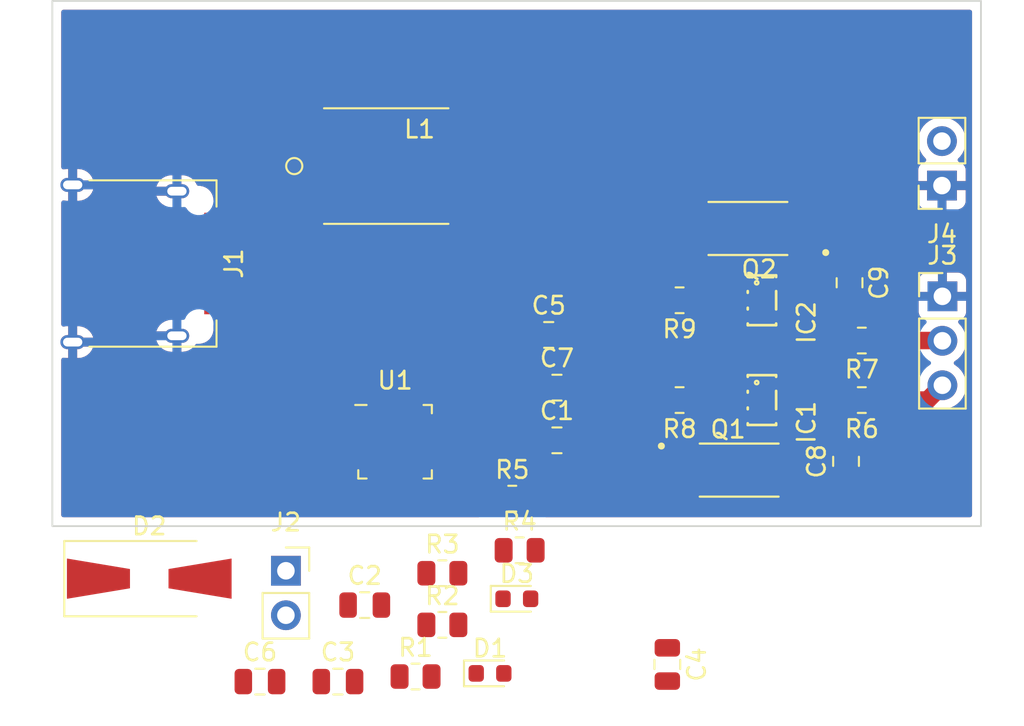
<source format=kicad_pcb>
(kicad_pcb (version 20211014) (generator pcbnew)
  (layers (0 "F.Cu" signal) (31 "B.Cu" signal) (34 "B.Paste" user) (35 "F.Paste" user) (36 "B.SilkS" user "B.Silkscreen") (37 "F.SilkS" user "F.Silkscreen") (38 "B.Mask" user) (39 "F.Mask" user) (44 "Edge.Cuts" user))
  (net 0 "")
  (net 1 "GND")
  (net 2 "VBUS")
  (net 3 "/VS")
  (net 4 "/BATT_1+")
  (net 5 "/VREG")
  (net 6 "Net-(C8-Pad2)")
  (net 7 "Net-(C9-Pad2)")
  (net 8 "Net-(D1-Pad1)")
  (net 9 "Net-(D1-Pad2)")
  (net 10 "/LX")
  (net 11 "Net-(D3-Pad1)")
  (net 12 "Net-(IC1-Pad1)")
  (net 13 "Net-(IC1-Pad2)")
  (net 14 "Net-(IC1-Pad3)")
  (net 16 "/RAW_2_+")
  (net 17 "Net-(IC2-Pad1)")
  (net 18 "Net-(IC2-Pad2)")
  (net 19 "Net-(IC2-Pad3)")
  (net 23 "Net-(J1-PadA5)")
  (net 24 "/USB_DP")
  (net 25 "/USB_DN")
  (net 31 "Net-(J1-PadB5)")
  (net 35 "/TS")
  (net 36 "/RAW_1_+")
  (net 37 "/BATT_2-")
  (footprint "Connector_PinSocket_2.54mm:PinSocket_1x02_P2.54mm_Vertical" (layer "F.Cu") (at 124.775 63.55 180)
    (fp_text reference "J4" (at 0 -2.77) (layer "F.SilkS"))
    (fp_text value "Conn_01x02")
    (fp_line (start 1.33 1.27) (end 1.33 3.87) (layer "F.SilkS") (width 0.12))
    (fp_line (start -1.33 1.27) (end 1.33 1.27) (layer "F.SilkS") (width 0.12))
    (fp_line (start 0 -1.33) (end 1.33 -1.33) (layer "F.SilkS") (width 0.12))
    (fp_line (start 1.33 -1.33) (end 1.33 0) (layer "F.SilkS") (width 0.12))
    (fp_line (start -1.33 1.27) (end -1.33 3.87) (layer "F.SilkS") (width 0.12))
    (fp_line (start -1.33 3.87) (end 1.33 3.87) (layer "F.SilkS") (width 0.12))
    (pad "1" thru_hole rect locked (at 0 0 180) (size 1.7 1.7) (drill 1) (layers *.Cu *.Mask) (net 1 "GND"))
    (pad "2" thru_hole oval locked (at 0 2.54 180) (size 1.7 1.7) (drill 1) (layers *.Cu *.Mask) (net 4 "/BATT_1+"))
  )
  (footprint "Capacitor_SMD:C_0805_2012Metric" (layer "F.Cu") (at 90.3 91.88)
    (fp_text reference "C3" (at 0 -1.68) (layer "F.SilkS"))
    (fp_text value "0.1uF")
    (fp_line (start -0.261252 0.735) (end 0.261252 0.735) (layer "F.SilkS") (width 0.12))
    (fp_line (start -0.261252 -0.735) (end 0.261252 -0.735) (layer "F.SilkS") (width 0.12))
    (pad "1" smd roundrect locked (at -0.95 0) (size 1 1.45) (layers "F.Cu" "F.Paste" "F.Mask") (net 3 "/VS"))
    (pad "2" smd roundrect locked (at 0.95 0) (size 1 1.45) (layers "F.Cu" "F.Paste" "F.Mask") (net 1 "GND"))
  )
  (footprint "Footprint:SOT23-6" (layer "F.Cu") (at 114.5 70.1 -90)
    (property "VALUE" "DW01A")
    (fp_text reference "IC2" (at 1.27 -2.54 90) (layer "F.SilkS"))
    (fp_text value "DW01A")
    (fp_line (start 0.522 0.81) (end 0.428 0.81) (layer "F.SilkS") (width 0.1524))
    (fp_line (start -0.522 -0.81) (end 0.522 -0.81) (layer "F.SilkS") (width 0.1524))
    (fp_line (start -1.422 0.81) (end -1.422 -0.81) (layer "F.SilkS") (width 0.1524))
    (fp_line (start -1.422 -0.81) (end -1.328 -0.81) (layer "F.SilkS") (width 0.1524))
    (fp_line (start 1.422 0.81) (end 1.328 0.81) (layer "F.SilkS") (width 0.1524))
    (fp_line (start 1.422 -0.81) (end 1.422 0.81) (layer "F.SilkS") (width 0.1524))
    (fp_line (start -1.328 0.81) (end -1.422 0.81) (layer "F.SilkS") (width 0.1524))
    (fp_line (start -0.428 0.81) (end -0.522 0.81) (layer "F.SilkS") (width 0.1524))
    (fp_line (start 1.328 -0.81) (end 1.422 -0.81) (layer "F.SilkS") (width 0.1524))
    (fp_circle (center -1 0.3) (end -0.9 0.3) (layer "F.SilkS") (width 0.127) (fill none))
    (pad "1" smd rect locked (at -0.95 1.3 270) (size 0.55 1.2) (layers "F.Cu" "F.Paste" "F.Mask") (net 17 "Net-(IC2-Pad1)"))
    (pad "2" smd rect locked (at 0 1.3 270) (size 0.55 1.2) (layers "F.Cu" "F.Paste" "F.Mask") (net 18 "Net-(IC2-Pad2)"))
    (pad "3" smd rect locked (at 0.95 1.3 270) (size 0.55 1.2) (layers "F.Cu" "F.Paste" "F.Mask") (net 19 "Net-(IC2-Pad3)"))
    (pad "4" smd rect locked (at 0.95 -1.3 270) (size 0.55 1.2) (layers "F.Cu" "F.Paste" "F.Mask"))
    (pad "5" smd rect locked (at 0 -1.3 270) (size 0.55 1.2) (layers "F.Cu" "F.Paste" "F.Mask") (net 7 "Net-(C9-Pad2)"))
    (pad "6" smd rect locked (at -0.95 -1.3 270) (size 0.55 1.2) (layers "F.Cu" "F.Paste" "F.Mask") (net 1 "GND"))
  )
  (footprint "Resistor_SMD:R_0805_2012Metric" (layer "F.Cu") (at 100.25 81.43)
    (fp_text reference "R5" (at 0 -1.65) (layer "F.SilkS"))
    (fp_text value "1K")
    (fp_line (start -0.227064 0.735) (end 0.227064 0.735) (layer "F.SilkS") (width 0.12))
    (fp_line (start -0.227064 -0.735) (end 0.227064 -0.735) (layer "F.SilkS") (width 0.12))
    (pad "1" smd roundrect locked (at -0.9125 0) (size 1.025 1.4) (layers "F.Cu" "F.Paste" "F.Mask") (roundrect_rratio 0.243902) (net 2 "VBUS"))
    (pad "2" smd roundrect locked (at 0.9125 0) (size 1.025 1.4) (layers "F.Cu" "F.Paste" "F.Mask") (roundrect_rratio 0.243902) (net 9 "Net-(D1-Pad2)"))
  )
  (footprint "Connector_USB:USB_C_Receptacle_Amphenol_12401610E4-2A" (layer "F.Cu") (at 78 68 -90)
    (fp_text reference "J1" (at 0 -6.36 90) (layer "F.SilkS"))
    (fp_text value "USB_C_Receptacle")
    (fp_line (start 4.75 -5.37) (end 4.75 1.89) (layer "F.SilkS") (width 0.12))
    (fp_line (start -4.75 -5.37) (end -4.75 1.89) (layer "F.SilkS") (width 0.12))
    (fp_line (start 3.25 -5.37) (end 4.75 -5.37) (layer "F.SilkS") (width 0.12))
    (fp_line (start -4.75 -5.37) (end -3.25 -5.37) (layer "F.SilkS") (width 0.12))
    (pad "" np_thru_hole circle locked (at -3.6 -4.36 270) (size 0.65 0.65) (drill 0.65) (layers *.Cu *.Mask))
    (pad "" np_thru_hole oval locked (at 3.6 -4.36 270) (size 0.95 0.65) (drill oval 0.95 0.65) (layers *.Cu *.Mask))
    (pad "A1" smd rect locked (at -2.75 -5.02 270) (size 0.3 0.7) (layers "F.Cu" "F.Paste" "F.Mask") (net 1 "GND"))
    (pad "A2" smd rect locked (at -2.25 -5.02 270) (size 0.3 0.7) (layers "F.Cu" "F.Paste" "F.Mask"))
    (pad "A3" smd rect locked (at -1.75 -5.02 270) (size 0.3 0.7) (layers "F.Cu" "F.Paste" "F.Mask"))
    (pad "A4" smd rect locked (at -1.25 -5.02 270) (size 0.3 0.7) (layers "F.Cu" "F.Paste" "F.Mask") (net 2 "VBUS"))
    (pad "A5" smd rect locked (at -0.75 -5.02 270) (size 0.3 0.7) (layers "F.Cu" "F.Paste" "F.Mask") (net 23 "Net-(J1-PadA5)"))
    (pad "A6" smd rect locked (at -0.25 -5.02 270) (size 0.3 0.7) (layers "F.Cu" "F.Paste" "F.Mask") (net 24 "/USB_DP"))
    (pad "A7" smd rect locked (at 0.25 -5.02 270) (size 0.3 0.7) (layers "F.Cu" "F.Paste" "F.Mask") (net 25 "/USB_DN"))
    (pad "A8" smd rect locked (at 0.75 -5.02 270) (size 0.3 0.7) (layers "F.Cu" "F.Paste" "F.Mask"))
    (pad "A9" smd rect locked (at 1.25 -5.02 270) (size 0.3 0.7) (layers "F.Cu" "F.Paste" "F.Mask") (net 2 "VBUS"))
    (pad "A10" smd rect locked (at 1.75 -5.02 270) (size 0.3 0.7) (layers "F.Cu" "F.Paste" "F.Mask"))
    (pad "A11" smd rect locked (at 2.25 -5.02 270) (size 0.3 0.7) (layers "F.Cu" "F.Paste" "F.Mask"))
    (pad "A12" smd rect locked (at 2.75 -5.02 270) (size 0.3 0.7) (layers "F.Cu" "F.Paste" "F.Mask") (net 1 "GND"))
    (pad "B1" smd rect locked (at 2.5 -3.32 270) (size 0.3 0.7) (layers "F.Cu" "F.Paste" "F.Mask") (net 1 "GND"))
    (pad "B2" smd rect locked (at 2 -3.32 270) (size 0.3 0.7) (layers "F.Cu" "F.Paste" "F.Mask"))
    (pad "B3" smd rect locked (at 1.5 -3.32 270) (size 0.3 0.7) (layers "F.Cu" "F.Paste" "F.Mask"))
    (pad "B4" smd rect locked (at 1 -3.32 270) (size 0.3 0.7) (layers "F.Cu" "F.Paste" "F.Mask") (net 2 "VBUS"))
    (pad "B5" smd rect locked (at 0.5 -3.32 270) (size 0.3 0.7) (layers "F.Cu" "F.Paste" "F.Mask") (net 31 "Net-(J1-PadB5)"))
    (pad "B6" smd rect locked (at 0 -3.32 270) (size 0.3 0.7) (layers "F.Cu" "F.Paste" "F.Mask") (net 24 "/USB_DP"))
    (pad "B7" smd rect locked (at -0.5 -3.32 270) (size 0.3 0.7) (layers "F.Cu" "F.Paste" "F.Mask") (net 25 "/USB_DN"))
    (pad "B8" smd rect locked (at -1 -3.32 270) (size 0.3 0.7) (layers "F.Cu" "F.Paste" "F.Mask"))
    (pad "B9" smd rect locked (at -1.5 -3.32 270) (size 0.3 0.7) (layers "F.Cu" "F.Paste" "F.Mask") (net 2 "VBUS"))
    (pad "B10" smd rect locked (at -2 -3.32 270) (size 0.3 0.7) (layers "F.Cu" "F.Paste" "F.Mask"))
    (pad "B11" smd rect locked (at -2.5 -3.32 270) (size 0.3 0.7) (layers "F.Cu" "F.Paste" "F.Mask"))
    (pad "B12" smd rect locked (at -3 -3.32 270) (size 0.3 0.7) (layers "F.Cu" "F.Paste" "F.Mask") (net 1 "GND"))
    (pad "S1" thru_hole oval locked (at 4.49 2.84 270) (size 0.8 1.4) (drill oval 0.5 1.1) (layers *.Cu *.Mask) (net 1 "GND"))
    (pad "S1" thru_hole oval locked (at 4.13 -3.11 270) (size 0.8 1.4) (drill oval 0.5 1.1) (layers *.Cu *.Mask) (net 1 "GND"))
    (pad "S1" thru_hole oval locked (at -4.13 -3.11 270) (size 0.8 1.4) (drill oval 0.5 1.1) (layers *.Cu *.Mask) (net 1 "GND"))
    (pad "S1" thru_hole oval locked (at -4.49 2.84 270) (size 0.8 1.4) (drill oval 0.5 1.1) (layers *.Cu *.Mask) (net 1 "GND"))
  )
  (footprint "Footprint:QFN-16_EP_3.9x3.9_Pitch0.65mm" (layer "F.Cu") (at 93.56 78.18)
    (fp_text reference "U1" (at 0 -3.5) (layer "F.SilkS"))
    (fp_text value "TP5100")
    (fp_line (start 2.1 2.1) (end 2.1 1.625) (layer "F.SilkS") (width 0.12))
    (fp_line (start -1.625 2.1) (end -2.1 2.1) (layer "F.SilkS") (width 0.12))
    (fp_line (start 1.625 -2.1) (end 2.1 -2.1) (layer "F.SilkS") (width 0.12))
    (fp_line (start -2.1 2.1) (end -2.1 1.625) (layer "F.SilkS") (width 0.12))
    (fp_line (start 1.625 2.1) (end 2.1 2.1) (layer "F.SilkS") (width 0.12))
    (fp_line (start -1.625 -2.1) (end -2.275 -2.1) (layer "F.SilkS") (width 0.12))
    (fp_line (start 2.1 -2.1) (end 2.1 -1.625) (layer "F.SilkS") (width 0.12))
    (pad "1" smd oval (at -1.625 -0.975 90) (size 0.25 0.65) (layers "F.Cu" "F.Paste" "F.Mask") (net 2 "VBUS"))
    (pad "2" smd oval (at -1.625 -0.325 90) (size 0.25 0.65) (layers "F.Cu" "F.Paste" "F.Mask") (net 10 "/LX"))
    (pad "3" smd oval (at -1.625 0.325 90) (size 0.25 0.65) (layers "F.Cu" "F.Paste" "F.Mask") (net 10 "/LX"))
    (pad "4" smd oval (at -1.625 0.975 90) (size 0.25 0.65) (layers "F.Cu" "F.Paste" "F.Mask") (net 2 "VBUS"))
    (pad "5" smd oval (at -0.975 1.625) (size 0.25 0.65) (layers "F.Cu" "F.Paste" "F.Mask") (net 2 "VBUS"))
    (pad "6" smd oval (at -0.325 1.625) (size 0.25 0.65) (layers "F.Cu" "F.Paste" "F.Mask"))
    (pad "7" smd oval (at 0.325 1.625) (size 0.25 0.65) (layers "F.Cu" "F.Paste" "F.Mask") (net 1 "GND"))
    (pad "8" smd oval (at 0.975 1.625) (size 0.25 0.65) (layers "F.Cu" "F.Paste" "F.Mask") (net 3 "/VS"))
    (pad "9" smd oval (at 1.625 0.975 90) (size 0.25 0.65) (layers "F.Cu" "F.Paste" "F.Mask") (net 4 "/BATT_1+"))
    (pad "10" smd oval (at 1.625 0.325 90) (size 0.25 0.65) (layers "F.Cu" "F.Paste" "F.Mask") (net 5 "/VREG"))
    (pad "11" smd oval (at 1.625 -0.325 90) (size 0.25 0.65) (layers "F.Cu" "F.Paste" "F.Mask") (net 35 "/TS"))
    (pad "12" smd oval (at 1.625 -0.975 90) (size 0.25 0.65) (layers "F.Cu" "F.Paste" "F.Mask") (net 1 "GND"))
    (pad "13" smd oval (at 0.975 -1.625) (size 0.25 0.65) (layers "F.Cu" "F.Paste" "F.Mask") (net 5 "/VREG"))
    (pad "14" smd oval (at 0.325 -1.625) (size 0.25 0.65) (layers "F.Cu" "F.Paste" "F.Mask") (net 11 "Net-(D3-Pad1)"))
    (pad "15" smd oval (at -0.325 -1.625) (size 0.25 0.65) (layers "F.Cu" "F.Paste" "F.Mask") (net 8 "Net-(D1-Pad1)"))
    (pad "16" smd oval (at -0.975 -1.625) (size 0.25 0.65) (layers "F.Cu" "F.Paste" "F.Mask") (net 2 "VBUS"))
    (pad "17" smd rect (at -0.275 -0.275) (size 0.55 0.55) (layers "F.Cu" "F.Paste" "F.Mask"))
    (pad "17" smd rect (at 0.275 0.825) (size 0.55 0.55) (layers "F.Cu" "F.Paste" "F.Mask"))
    (pad "17" smd rect (at 0.825 0.275) (size 0.55 0.55) (layers "F.Cu" "F.Paste" "F.Mask"))
    (pad "17" smd rect (at -0.275 0.825) (size 0.55 0.55) (layers "F.Cu" "F.Paste" "F.Mask"))
    (pad "17" smd rect (at -0.825 -0.275) (size 0.55 0.55) (layers "F.Cu" "F.Paste" "F.Mask"))
    (pad "17" smd rect (at 0.275 -0.275) (size 0.55 0.55) (layers "F.Cu" "F.Paste" "F.Mask"))
    (pad "17" smd rect (at -0.275 -0.825) (size 0.55 0.55) (layers "F.Cu" "F.Paste" "F.Mask"))
    (pad "17" smd rect (at 0.825 0.825) (size 0.55 0.55) (layers "F.Cu" "F.Paste" "F.Mask"))
    (pad "17" smd rect (at -0.825 0.825) (size 0.55 0.55) (layers "F.Cu" "F.Paste" "F.Mask"))
    (pad "17" smd rect (at 0.275 -0.825) (size 0.55 0.55) (layers "F.Cu" "F.Paste" "F.Mask"))
    (pad "17" smd rect (at 0.825 -0.825) (size 0.55 0.55) (layers "F.Cu" "F.Paste" "F.Mask"))
    (pad "17" smd rect (at 0.275 0.275) (size 0.55 0.55) (layers "F.Cu" "F.Paste" "F.Mask"))
    (pad "17" smd rect (at -0.825 0.275) (size 0.55 0.55) (layers "F.Cu" "F.Paste" "F.Mask"))
    (pad "17" smd rect (at -0.275 0.275) (size 0.55 0.55) (layers "F.Cu" "F.Paste" "F.Mask"))
    (pad "17" smd rect (at -0.825 -0.825) (size 0.55 0.55) (layers "F.Cu" "F.Paste" "F.Mask"))
    (pad "17" smd rect (at 0.825 -0.275) (size 0.55 0.55) (layers "F.Cu" "F.Paste" "F.Mask"))
  )
  (footprint "Resistor_SMD:R_0805_2012Metric" (layer "F.Cu") (at 96.26 88.64)
    (fp_text reference "R2" (at 0 -1.65) (layer "F.SilkS"))
    (fp_text value "5K1")
    (fp_line (start -0.227064 -0.735) (end 0.227064 -0.735) (layer "F.SilkS") (width 0.12))
    (fp_line (start -0.227064 0.735) (end 0.227064 0.735) (layer "F.SilkS") (width 0.12))
    (pad "1" smd roundrect locked (at -0.9125 0) (size 1.025 1.4) (layers "F.Cu" "F.Paste" "F.Mask") (roundrect_rratio 0.243902) (net 31 "Net-(J1-PadB5)"))
    (pad "2" smd roundrect locked (at 0.9125 0) (size 1.025 1.4) (layers "F.Cu" "F.Paste" "F.Mask") (roundrect_rratio 0.243902) (net 1 "GND"))
  )
  (footprint "Connector_PinSocket_2.54mm:PinSocket_1x02_P2.54mm_Vertical" (layer "F.Cu") (at 87.33 85.55)
    (fp_text reference "J2" (at 0 -2.77) (layer "F.SilkS"))
    (fp_text value "NTC")
    (fp_line (start 1.33 -1.33) (end 1.33 0) (layer "F.SilkS") (width 0.12))
    (fp_line (start -1.33 3.87) (end 1.33 3.87) (layer "F.SilkS") (width 0.12))
    (fp_line (start 0 -1.33) (end 1.33 -1.33) (layer "F.SilkS") (width 0.12))
    (fp_line (start 1.33 1.27) (end 1.33 3.87) (layer "F.SilkS") (width 0.12))
    (fp_line (start -1.33 1.27) (end -1.33 3.87) (layer "F.SilkS") (width 0.12))
    (fp_line (start -1.33 1.27) (end 1.33 1.27) (layer "F.SilkS") (width 0.12))
    (pad "1" thru_hole rect locked (at 0 0) (size 1.7 1.7) (drill 1) (layers *.Cu *.Mask) (net 1 "GND"))
    (pad "2" thru_hole oval locked (at 0 2.54) (size 1.7 1.7) (drill 1) (layers *.Cu *.Mask) (net 35 "/TS"))
  )
  (footprint "Capacitor_SMD:C_0805_2012Metric" (layer "F.Cu") (at 85.85 91.88)
    (fp_text reference "C6" (at 0 -1.68) (layer "F.SilkS"))
    (fp_text value "10uF")
    (fp_line (start -0.261252 0.735) (end 0.261252 0.735) (layer "F.SilkS") (width 0.12))
    (fp_line (start -0.261252 -0.735) (end 0.261252 -0.735) (layer "F.SilkS") (width 0.12))
    (pad "1" smd roundrect locked (at -0.95 0) (size 1 1.45) (layers "F.Cu" "F.Paste" "F.Mask") (net 3 "/VS"))
    (pad "2" smd roundrect locked (at 0.95 0) (size 1 1.45) (layers "F.Cu" "F.Paste" "F.Mask") (net 1 "GND"))
  )
  (footprint "LED_SMD:LED_0603_1608Metric" (layer "F.Cu") (at 100.51 87.15)
    (fp_text reference "D3" (at 0 -1.43) (layer "F.SilkS"))
    (fp_text value "LED")
    (fp_line (start -1.485 -0.735) (end -1.485 0.735) (layer "F.SilkS") (width 0.12))
    (fp_line (start 0.8 -0.735) (end -1.485 -0.735) (layer "F.SilkS") (width 0.12))
    (fp_line (start -1.485 0.735) (end 0.8 0.735) (layer "F.SilkS") (width 0.12))
    (pad "1" smd roundrect locked (at -0.7875 0) (size 0.875 0.95) (layers "F.Cu" "F.Paste" "F.Mask") (net 11 "Net-(D3-Pad1)"))
    (pad "2" smd roundrect locked (at 0.7875 0) (size 0.875 0.95) (layers "F.Cu" "F.Paste" "F.Mask") (net 9 "Net-(D1-Pad2)"))
  )
  (footprint "Footprint:SOP65P640X120-8N" (layer "F.Cu") (at 113.7 66 180)
    (fp_text reference "Q2" (at -0.635 -2.327) (layer "F.SilkS"))
    (fp_text value "FS8205A")
    (fp_line (start -2.25 -1.515) (end 2.25 -1.515) (layer "F.SilkS") (width 0.127))
    (fp_line (start -2.25 1.515) (end 2.25 1.515) (layer "F.SilkS") (width 0.127))
    (fp_circle (center -4.44 -1.375) (end -4.34 -1.375) (layer "F.SilkS") (width 0.2) (fill none))
    (pad "1" smd roundrect locked (at -2.88 -0.975 180) (size 1.56 0.4) (layers "F.Cu" "F.Paste" "F.Mask") (roundrect_rratio 0.05) (net 1 "GND"))
    (pad "2" smd roundrect locked (at -2.88 -0.325 180) (size 1.56 0.4) (layers "F.Cu" "F.Paste" "F.Mask") (roundrect_rratio 0.05) (net 1 "GND"))
    (pad "3" smd roundrect locked (at -2.88 0.325 180) (size 1.56 0.4) (layers "F.Cu" "F.Paste" "F.Mask") (roundrect_rratio 0.05) (net 1 "GND"))
    (pad "4" smd roundrect locked (at -2.88 0.975 180) (size 1.56 0.4) (layers "F.Cu" "F.Paste" "F.Mask") (roundrect_rratio 0.05) (net 17 "Net-(IC2-Pad1)"))
    (pad "5" smd roundrect locked (at 2.88 0.975 180) (size 1.56 0.4) (layers "F.Cu" "F.Paste" "F.Mask") (roundrect_rratio 0.05) (net 19 "Net-(IC2-Pad3)"))
    (pad "6" smd roundrect locked (at 2.88 0.325 180) (size 1.56 0.4) (layers "F.Cu" "F.Paste" "F.Mask") (roundrect_rratio 0.05) (net 37 "/BATT_2-"))
    (pad "7" smd roundrect locked (at 2.88 -0.325 180) (size 1.56 0.4) (layers "F.Cu" "F.Paste" "F.Mask") (roundrect_rratio 0.05) (net 37 "/BATT_2-"))
    (pad "8" smd roundrect locked (at 2.88 -0.975 180) (size 1.56 0.4) (layers "F.Cu" "F.Paste" "F.Mask") (roundrect_rratio 0.05) (net 1 "GND"))
  )
  (footprint "Resistor_SMD:R_0805_2012Metric" (layer "F.Cu") (at 120.2 72.4 180)
    (fp_text reference "R7" (at 0 -1.65) (layer "F.SilkS"))
    (fp_text value "100R")
    (fp_line (start -0.227064 0.735) (end 0.227064 0.735) (layer "F.SilkS") (width 0.12))
    (fp_line (start -0.227064 -0.735) (end 0.227064 -0.735) (layer "F.SilkS") (width 0.12))
    (pad "1" smd roundrect locked (at -0.9125 0 180) (size 1.025 1.4) (layers "F.Cu" "F.Paste" "F.Mask") (roundrect_rratio 0.243902) (net 16 "/RAW_2_+"))
    (pad "2" smd roundrect locked (at 0.9125 0 180) (size 1.025 1.4) (layers "F.Cu" "F.Paste" "F.Mask") (roundrect_rratio 0.243902) (net 7 "Net-(C9-Pad2)"))
  )
  (footprint "Resistor_SMD:R_0805_2012Metric" (layer "F.Cu") (at 96.26 85.69)
    (fp_text reference "R3" (at 0 -1.65) (layer "F.SilkS"))
    (fp_text value "0.067R")
    (fp_line (start -0.227064 0.735) (end 0.227064 0.735) (layer "F.SilkS") (width 0.12))
    (fp_line (start -0.227064 -0.735) (end 0.227064 -0.735) (layer "F.SilkS") (width 0.12))
    (pad "1" smd roundrect locked (at -0.9125 0) (size 1.025 1.4) (layers "F.Cu" "F.Paste" "F.Mask") (roundrect_rratio 0.243902) (net 3 "/VS"))
    (pad "2" smd roundrect locked (at 0.9125 0) (size 1.025 1.4) (layers "F.Cu" "F.Paste" "F.Mask") (roundrect_rratio 0.243902) (net 4 "/BATT_1+"))
  )
  (footprint "Footprint:MDA7030-220M" (layer "F.Cu") (at 94.955977 60.835)
    (fp_text reference "L1" (at 0 -0.5 unlocked) (layer "F.SilkS"))
    (fp_text value "22uH")
    (fp_line (start -5.45 -1.7) (end 1.65 -1.7) (layer "F.SilkS") (width 0.12))
    (fp_line (start -5.45 4.9) (end 1.65 4.9) (layer "F.SilkS") (width 0.12))
    (fp_circle (center -7.15 1.6) (end -6.85 1.25) (layer "F.SilkS") (width 0.12) (fill none))
    (pad "1" smd roundrect (at -4.8 1.7) (size 2.15 3.4) (layers "F.Cu" "F.Paste" "F.Mask") (net 10 "/LX"))
    (pad "2" smd roundrect (at 1.05 1.7) (size 2.15 3.4) (layers "F.Cu" "F.Paste" "F.Mask") (net 3 "/VS"))
  )
  (footprint "Footprint:SOT23-6" (layer "F.Cu") (at 114.5 75.8 -90)
    (property "VALUE" "DW01A")
    (fp_text reference "IC1" (at 1.27 -2.54 90) (layer "F.SilkS"))
    (fp_text value "DW01A")
    (fp_line (start 1.422 0.81) (end 1.328 0.81) (layer "F.SilkS") (width 0.1524))
    (fp_line (start 1.422 -0.81) (end 1.422 0.81) (layer "F.SilkS") (width 0.1524))
    (fp_line (start -0.522 -0.81) (end 0.522 -0.81) (layer "F.SilkS") (width 0.1524))
    (fp_line (start -1.422 0.81) (end -1.422 -0.81) (layer "F.SilkS") (width 0.1524))
    (fp_line (start -1.422 -0.81) (end -1.328 -0.81) (layer "F.SilkS") (width 0.1524))
    (fp_line (start 0.522 0.81) (end 0.428 0.81) (layer "F.SilkS") (width 0.1524))
    (fp_line (start -1.328 0.81) (end -1.422 0.81) (layer "F.SilkS") (width 0.1524))
    (fp_line (start -0.428 0.81) (end -0.522 0.81) (layer "F.SilkS") (width 0.1524))
    (fp_line (start 1.328 -0.81) (end 1.422 -0.81) (layer "F.SilkS") (width 0.1524))
    (fp_circle (center -1 0.3) (end -0.9 0.3) (layer "F.SilkS") (width 0.127) (fill none))
    (pad "1" smd rect locked (at -0.95 1.3 270) (size 0.55 1.2) (layers "F.Cu" "F.Paste" "F.Mask") (net 12 "Net-(IC1-Pad1)"))
    (pad "2" smd rect locked (at 0 1.3 270) (size 0.55 1.2) (layers "F.Cu" "F.Paste" "F.Mask") (net 13 "Net-(IC1-Pad2)"))
    (pad "3" smd rect locked (at 0.95 1.3 270) (size 0.55 1.2) (layers "F.Cu" "F.Paste" "F.Mask") (net 14 "Net-(IC1-Pad3)"))
    (pad "4" smd rect locked (at 0.95 -1.3 270) (size 0.55 1.2) (layers "F.Cu" "F.Paste" "F.Mask"))
    (pad "5" smd rect locked (at 0 -1.3 270) (size 0.55 1.2) (layers "F.Cu" "F.Paste" "F.Mask") (net 6 "Net-(C8-Pad2)"))
    (pad "6" smd rect locked (at -0.95 -1.3 270) (size 0.55 1.2) (layers "F.Cu" "F.Paste" "F.Mask") (net 16 "/RAW_2_+"))
  )
  (footprint "Resistor_SMD:R_0805_2012Metric" (layer "F.Cu") (at 120.2 75.8 180)
    (fp_text reference "R6" (at 0 -1.65) (layer "F.SilkS"))
    (fp_text value "100R")
    (fp_line (start -0.227064 0.735) (end 0.227064 0.735) (layer "F.SilkS") (width 0.12))
    (fp_line (start -0.227064 -0.735) (end 0.227064 -0.735) (layer "F.SilkS") (width 0.12))
    (pad "1" smd roundrect locked (at -0.9125 0 180) (size 1.025 1.4) (layers "F.Cu" "F.Paste" "F.Mask") (roundrect_rratio 0.243902) (net 36 "/RAW_1_+"))
    (pad "2" smd roundrect locked (at 0.9125 0 180) (size 1.025 1.4) (layers "F.Cu" "F.Paste" "F.Mask") (roundrect_rratio 0.243902) (net 6 "Net-(C8-Pad2)"))
  )
  (footprint "Resistor_SMD:R_0805_2012Metric" (layer "F.Cu") (at 94.73 91.59)
    (fp_text reference "R1" (at 0 -1.65) (layer "F.SilkS"))
    (fp_text value "5K1")
    (fp_line (start -0.227064 0.735) (end 0.227064 0.735) (layer "F.SilkS") (width 0.12))
    (fp_line (start -0.227064 -0.735) (end 0.227064 -0.735) (layer "F.SilkS") (width 0.12))
    (pad "1" smd roundrect locked (at -0.9125 0) (size 1.025 1.4) (layers "F.Cu" "F.Paste" "F.Mask") (roundrect_rratio 0.243902) (net 23 "Net-(J1-PadA5)"))
    (pad "2" smd roundrect locked (at 0.9125 0) (size 1.025 1.4) (layers "F.Cu" "F.Paste" "F.Mask") (roundrect_rratio 0.243902) (net 1 "GND"))
  )
  (footprint "Footprint:SOP65P640X120-8N" (layer "F.Cu") (at 113.2 79.8)
    (fp_text reference "Q1" (at -0.635 -2.327) (layer "F.SilkS"))
    (fp_text value "FS8205A")
    (fp_line (start -2.25 -1.515) (end 2.25 -1.515) (layer "F.SilkS") (width 0.127))
    (fp_line (start -2.25 1.515) (end 2.25 1.515) (layer "F.SilkS") (width 0.127))
    (fp_circle (center -4.44 -1.375) (end -4.34 -1.375) (layer "F.SilkS") (width 0.2) (fill none))
    (pad "1" smd roundrect locked (at -2.88 -0.975) (size 1.56 0.4) (layers "F.Cu" "F.Paste" "F.Mask") (roundrect_rratio 0.05) (net 16 "/RAW_2_+"))
    (pad "2" smd roundrect locked (at -2.88 -0.325) (size 1.56 0.4) (layers "F.Cu" "F.Paste" "F.Mask") (roundrect_rratio 0.05) (net 16 "/RAW_2_+"))
    (pad "3" smd roundrect locked (at -2.88 0.325) (size 1.56 0.4) (layers "F.Cu" "F.Paste" "F.Mask") (roundrect_rratio 0.05) (net 16 "/RAW_2_+"))
    (pad "4" smd roundrect locked (at -2.88 0.975) (size 1.56 0.4) (layers "F.Cu" "F.Paste" "F.Mask") (roundrect_rratio 0.05) (net 12 "Net-(IC1-Pad1)"))
    (pad "5" smd roundrect locked (at 2.88 0.975) (size 1.56 0.4) (layers "F.Cu" "F.Paste" "F.Mask") (roundrect_rratio 0.05) (net 14 "Net-(IC1-Pad3)"))
    (pad "6" smd roundrect locked (at 2.88 0.325) (size 1.56 0.4) (layers "F.Cu" "F.Paste" "F.Mask") (roundrect_rratio 0.05) (net 4 "/BATT_1+"))
    (pad "7" smd roundrect locked (at 2.88 -0.325) (size 1.56 0.4) (layers "F.Cu" "F.Paste" "F.Mask") (roundrect_rratio 0.05) (net 4 "/BATT_1+"))
    (pad "8" smd roundrect locked (at 2.88 -0.975) (size 1.56 0.4) (layers "F.Cu" "F.Paste" "F.Mask") (roundrect_rratio 0.05) (net 16 "/RAW_2_+"))
  )
  (footprint "Diode_SMD:D_SMA-SMB_Universal_Handsoldering" (layer "F.Cu") (at 79.53 86)
    (fp_text reference "D2" (at 0 -3) (layer "F.SilkS"))
    (fp_text value "D")
    (fp_line (start -4.85 -2.15) (end -4.85 2.15) (layer "F.SilkS") (width 0.12))
    (fp_line (start -4.85 -2.15) (end 2.7 -2.15) (layer "F.SilkS") (width 0.12))
    (fp_line (start -4.85 2.15) (end 2.7 2.15) (layer "F.SilkS") (width 0.12))
    (pad "1" smd trapezoid locked (at -2.9 0) (size 3.6 1.7) (rect_delta 0.6 0) (layers "F.Cu" "F.Paste" "F.Mask") (net 10 "/LX"))
    (pad "2" smd trapezoid locked (at 2.9 0 180) (size 3.6 1.7) (rect_delta 0.6 0) (layers "F.Cu" "F.Paste" "F.Mask") (net 1 "GND"))
  )
  (footprint "Capacitor_SMD:C_0805_2012Metric" (layer "F.Cu") (at 109.1 90.9 -90)
    (fp_text reference "C4" (at 0 -1.68 90) (layer "F.SilkS"))
    (fp_text value "0.1uF")
    (fp_line (start -0.261252 -0.735) (end 0.261252 -0.735) (layer "F.SilkS") (width 0.12))
    (fp_line (start -0.261252 0.735) (end 0.261252 0.735) (layer "F.SilkS") (width 0.12))
    (pad "1" smd roundrect locked (at -0.95 0 270) (size 1 1.45) (layers "F.Cu" "F.Paste" "F.Mask") (net 4 "/BATT_1+"))
    (pad "2" smd roundrect locked (at 0.95 0 270) (size 1 1.45) (layers "F.Cu" "F.Paste" "F.Mask") (net 1 "GND"))
  )
  (footprint "Resistor_SMD:R_0805_2012Metric" (layer "F.Cu") (at 109.8 70.1 180)
    (fp_text reference "R9" (at 0 -1.65) (layer "F.SilkS"))
    (fp_text value "1K")
    (fp_line (start -0.227064 -0.735) (end 0.227064 -0.735) (layer "F.SilkS") (width 0.12))
    (fp_line (start -0.227064 0.735) (end 0.227064 0.735) (layer "F.SilkS") (width 0.12))
    (pad "1" smd roundrect locked (at -0.9125 0 180) (size 1.025 1.4) (layers "F.Cu" "F.Paste" "F.Mask") (roundrect_rratio 0.243902) (net 18 "Net-(IC2-Pad2)"))
    (pad "2" smd roundrect locked (at 0.9125 0 180) (size 1.025 1.4) (layers "F.Cu" "F.Paste" "F.Mask") (roundrect_rratio 0.243902) (net 37 "/BATT_2-"))
  )
  (footprint "Capacitor_SMD:C_0805_2012Metric" (layer "F.Cu") (at 91.83 87.51)
    (fp_text reference "C2" (at 0 -1.68) (layer "F.SilkS"))
    (fp_text value "0.1uF")
    (fp_line (start -0.261252 0.735) (end 0.261252 0.735) (layer "F.SilkS") (width 0.12))
    (fp_line (start -0.261252 -0.735) (end 0.261252 -0.735) (layer "F.SilkS") (width 0.12))
    (pad "1" smd roundrect locked (at -0.95 0) (size 1 1.45) (layers "F.Cu" "F.Paste" "F.Mask") (net 1 "GND"))
    (pad "2" smd roundrect locked (at 0.95 0) (size 1 1.45) (layers "F.Cu" "F.Paste" "F.Mask") (net 2 "VBUS"))
  )
  (footprint "Capacitor_SMD:C_0805_2012Metric" (layer "F.Cu") (at 102.33 72.08)
    (fp_text reference "C5" (at 0 -1.68) (layer "F.SilkS"))
    (fp_text value "0.1uF")
    (fp_line (start -0.261252 -0.735) (end 0.261252 -0.735) (layer "F.SilkS") (width 0.12))
    (fp_line (start -0.261252 0.735) (end 0.261252 0.735) (layer "F.SilkS") (width 0.12))
    (pad "1" smd roundrect locked (at -0.95 0) (size 1 1.45) (layers "F.Cu" "F.Paste" "F.Mask") (net 5 "/VREG"))
    (pad "2" smd roundrect locked (at 0.95 0) (size 1 1.45) (layers "F.Cu" "F.Paste" "F.Mask") (net 1 "GND"))
  )
  (footprint "Capacitor_SMD:C_0805_2012Metric" (layer "F.Cu") (at 102.8 75.09)
    (fp_text reference "C7" (at 0 -1.68) (layer "F.SilkS"))
    (fp_text value "10uF")
    (fp_line (start -0.261252 0.735) (end 0.261252 0.735) (layer "F.SilkS") (width 0.12))
    (fp_line (start -0.261252 -0.735) (end 0.261252 -0.735) (layer "F.SilkS") (width 0.12))
    (pad "1" smd roundrect locked (at -0.95 0) (size 1 1.45) (layers "F.Cu" "F.Paste" "F.Mask") (net 4 "/BATT_1+"))
    (pad "2" smd roundrect locked (at 0.95 0) (size 1 1.45) (layers "F.Cu" "F.Paste" "F.Mask") (net 1 "GND"))
  )
  (footprint "Resistor_SMD:R_0805_2012Metric" (layer "F.Cu") (at 109.8 75.8 180)
    (fp_text reference "R8" (at 0 -1.65) (layer "F.SilkS"))
    (fp_text value "1K")
    (fp_line (start -0.227064 -0.735) (end 0.227064 -0.735) (layer "F.SilkS") (width 0.12))
    (fp_line (start -0.227064 0.735) (end 0.227064 0.735) (layer "F.SilkS") (width 0.12))
    (pad "1" smd roundrect locked (at -0.9125 0 180) (size 1.025 1.4) (layers "F.Cu" "F.Paste" "F.Mask") (roundrect_rratio 0.243902) (net 13 "Net-(IC1-Pad2)"))
    (pad "2" smd roundrect locked (at 0.9125 0 180) (size 1.025 1.4) (layers "F.Cu" "F.Paste" "F.Mask") (roundrect_rratio 0.243902) (net 4 "/BATT_1+"))
  )
  (footprint "Capacitor_SMD:C_0805_2012Metric" (layer "F.Cu") (at 119.5 69.1 -90)
    (fp_text reference "C9" (at 0 -1.68 90) (layer "F.SilkS"))
    (fp_text value "0.1uF")
    (fp_line (start -0.261252 0.735) (end 0.261252 0.735) (layer "F.SilkS") (width 0.12))
    (fp_line (start -0.261252 -0.735) (end 0.261252 -0.735) (layer "F.SilkS") (width 0.12))
    (pad "1" smd roundrect locked (at -0.95 0 270) (size 1 1.45) (layers "F.Cu" "F.Paste" "F.Mask") (net 1 "GND"))
    (pad "2" smd roundrect locked (at 0.95 0 270) (size 1 1.45) (layers "F.Cu" "F.Paste" "F.Mask") (net 7 "Net-(C9-Pad2)"))
  )
  (footprint "Capacitor_SMD:C_0805_2012Metric" (layer "F.Cu") (at 102.8 78.1)
    (fp_text reference "C1" (at 0 -1.68) (layer "F.SilkS"))
    (fp_text value "10uF")
    (fp_line (start -0.261252 0.735) (end 0.261252 0.735) (layer "F.SilkS") (width 0.12))
    (fp_line (start -0.261252 -0.735) (end 0.261252 -0.735) (layer "F.SilkS") (width 0.12))
    (pad "1" smd roundrect locked (at -0.95 0) (size 1 1.45) (layers "F.Cu" "F.Paste" "F.Mask") (net 1 "GND"))
    (pad "2" smd roundrect locked (at 0.95 0) (size 1 1.45) (layers "F.Cu" "F.Paste" "F.Mask") (net 2 "VBUS"))
  )
  (footprint "LED_SMD:LED_0603_1608Metric" (layer "F.Cu") (at 98.98 91.41)
    (fp_text reference "D1" (at 0 -1.43) (layer "F.SilkS"))
    (fp_text value "LED")
    (fp_line (start -1.485 -0.735) (end -1.485 0.735) (layer "F.SilkS") (width 0.12))
    (fp_line (start -1.485 0.735) (end 0.8 0.735) (layer "F.SilkS") (width 0.12))
    (fp_line (start 0.8 -0.735) (end -1.485 -0.735) (layer "F.SilkS") (width 0.12))
    (pad "1" smd roundrect locked (at -0.7875 0) (size 0.875 0.95) (layers "F.Cu" "F.Paste" "F.Mask") (net 8 "Net-(D1-Pad1)"))
    (pad "2" smd roundrect locked (at 0.7875 0) (size 0.875 0.95) (layers "F.Cu" "F.Paste" "F.Mask") (net 9 "Net-(D1-Pad2)"))
  )
  (footprint "Capacitor_SMD:C_0805_2012Metric" (layer "F.Cu") (at 119.3 79.3 90)
    (fp_text reference "C8" (at 0 -1.68 90) (layer "F.SilkS"))
    (fp_text value "0.1uF")
    (fp_line (start -0.261252 -0.735) (end 0.261252 -0.735) (layer "F.SilkS") (width 0.12))
    (fp_line (start -0.261252 0.735) (end 0.261252 0.735) (layer "F.SilkS") (width 0.12))
    (pad "1" smd roundrect locked (at -0.95 0 90) (size 1 1.45) (layers "F.Cu" "F.Paste" "F.Mask") (net 1 "GND"))
    (pad "2" smd roundrect locked (at 0.95 0 90) (size 1 1.45) (layers "F.Cu" "F.Paste" "F.Mask") (net 6 "Net-(C8-Pad2)"))
  )
  (footprint "Connector_PinHeader_2.54mm:PinHeader_1x03_P2.54mm_Vertical" (layer "F.Cu") (at 124.8 69.875)
    (fp_text reference "J3" (at 0 -2.33) (layer "F.SilkS"))
    (fp_text value "Conn_01x03")
    (fp_line (start -1.33 1.27) (end -1.33 6.41) (layer "F.SilkS") (width 0.12))
    (fp_line (start -1.33 6.41) (end 1.33 6.41) (layer "F.SilkS") (width 0.12))
    (fp_line (start -1.33 -1.33) (end 0 -1.33) (layer "F.SilkS") (width 0.12))
    (fp_line (start -1.33 1.27) (end 1.33 1.27) (layer "F.SilkS") (width 0.12))
    (fp_line (start -1.33 0) (end -1.33 -1.33) (layer "F.SilkS") (width 0.12))
    (fp_line (start 1.33 1.27) (end 1.33 6.41) (layer "F.SilkS") (width 0.12))
    (pad "1" thru_hole rect locked (at 0 0) (size 1.7 1.7) (drill 1) (layers *.Cu *.Mask) (net 1 "GND"))
    (pad "2" thru_hole oval locked (at 0 2.54) (size 1.7 1.7) (drill 1) (layers *.Cu *.Mask) (net 16 "/RAW_2_+"))
    (pad "3" thru_hole oval locked (at 0 5.08) (size 1.7 1.7) (drill 1) (layers *.Cu *.Mask) (net 36 "/RAW_1_+"))
  )
  (footprint "Resistor_SMD:R_0805_2012Metric" (layer "F.Cu") (at 100.67 84.38)
    (fp_text reference "R4" (at 0 -1.65) (layer "F.SilkS"))
    (fp_text value "RTS")
    (fp_line (start -0.227064 -0.735) (end 0.227064 -0.735) (layer "F.SilkS") (width 0.12))
    (fp_line (start -0.227064 0.735) (end 0.227064 0.735) (layer "F.SilkS") (width 0.12))
    (pad "1" smd roundrect locked (at -0.9125 0) (size 1.025 1.4) (layers "F.Cu" "F.Paste" "F.Mask") (roundrect_rratio 0.243902) (net 5 "/VREG"))
    (pad "2" smd roundrect locked (at 0.9125 0) (size 1.025 1.4) (layers "F.Cu" "F.Paste" "F.Mask") (roundrect_rratio 0.243902) (net 35 "/TS"))
  )
  (gr_rect (start 127 83) (end 74 53) (layer "Edge.Cuts") (width 0.1) (fill none))
  (segment (start 116.58 68.37) (end 115.8 69.15) (width 0.5) (layer "F.Cu") (net 1))
  (segment (start 115.8 69.15) (end 118.5 69.15) (width 0.5) (layer "F.Cu") (net 1))
  (segment (start 116.58 65.675) (end 116.58 68.37) (width 0.5) (layer "F.Cu") (net 1))
  (segment (start 118.5 69.15) (end 119.5 68.15) (width 0.5) (layer "F.Cu") (net 1))
  (segment (start 116.08 79.475) (end 116.08 80.125) (width 0.25) (layer "F.Cu") (net 4))
  (segment (start 119.3 78.35) (end 119.3 75.8125) (width 1) (layer "F.Cu") (net 6))
  (segment (start 115.8 75.8) (end 119.2875 75.8) (width 0.5) (layer "F.Cu") (net 6))
  (segment (start 119.3 75.8125) (end 119.2875 75.8) (width 1) (layer "F.Cu") (net 6))
  (segment (start 119.45 70.1) (end 119.5 70.05) (width 0.5) (layer "F.Cu") (net 7))
  (segment (start 115.8 70.1) (end 119.45 70.1) (width 0.5) (layer "F.Cu") (net 7))
  (segment (start 119.5 72.1875) (end 119.2875 72.4) (width 1) (layer "F.Cu") (net 7))
  (segment (start 119.5 70.05) (end 119.5 72.1875) (width 1) (layer "F.Cu") (net 7))
  (segment (start 110.7125 75.8) (end 113.2 75.8) (width 0.25) (layer "F.Cu") (net 13))
  (segment (start 114.675 80.775) (end 113.2 79.3) (width 0.25) (layer "F.Cu") (net 14))
  (segment (start 116.08 80.775) (end 114.675 80.775) (width 0.25) (layer "F.Cu") (net 14))
  (segment (start 113.2 79.3) (end 113.2 76.75) (width 0.25) (layer "F.Cu") (net 14))
  (segment (start 116.45 74.2) (end 115.8 74.85) (width 0.5) (layer "F.Cu") (net 16))
  (segment (start 114.95 74.85) (end 115.8 74.85) (width 0.25) (layer "F.Cu") (net 16))
  (segment (start 114.5 75.3) (end 114.95 74.85) (width 0.25) (layer "F.Cu") (net 16))
  (segment (start 124.785 72.4) (end 124.8 72.415) (width 1) (layer "F.Cu") (net 16))
  (segment (start 119.3125 74.2) (end 116.45 74.2) (width 0.5) (layer "F.Cu") (net 16))
  (segment (start 114.5 77.4) (end 114.5 75.3) (width 0.25) (layer "F.Cu") (net 16))
  (segment (start 115.925 78.825) (end 114.5 77.4) (width 0.25) (layer "F.Cu") (net 16))
  (segment (start 121.1125 72.4) (end 119.3125 74.2) (width 0.5) (layer "F.Cu") (net 16))
  (segment (start 121.1125 72.4) (end 124.785 72.4) (width 1) (layer "F.Cu") (net 16))
  (segment (start 116.08 78.825) (end 115.925 78.825) (width 0.25) (layer "F.Cu") (net 16))
  (segment (start 115.675519 64.97548) (end 116.58 64.97548) (width 0.5) (layer "F.Cu") (net 17))
  (segment (start 113.2 67.450999) (end 115.675519 64.97548) (width 0.5) (layer "F.Cu") (net 17))
  (segment (start 113.2 69.15) (end 113.2 67.450999) (width 0.5) (layer "F.Cu") (net 17))
  (segment (start 110.7125 70.1) (end 113.2 70.1) (width 0.5) (layer "F.Cu") (net 18))
  (segment (start 121.1125 75.8) (end 123.955 75.8) (width 1) (layer "F.Cu") (net 36))
  (segment (start 123.955 75.8) (end 124.8 74.955) (width 1) (layer "F.Cu") (net 36))
  (zone (net 1) (net_name "GND") (layer "F.Cu") (connect_pads (clearance 0.508)) (min_thickness 0.254) (fill yes (thermal_gap 0.508) (thermal_bridge_width 0.508))
    (polygon (pts (xy 127 83) (xy 74 83) (xy 74 53) (xy 127 53)))
  )
  (zone (net 1) (net_name "GND") (layer "B.Cu") (connect_pads (clearance 0.508)) (min_thickness 0.254) (fill yes (thermal_gap 0.508) (thermal_bridge_width 0.508))
    (polygon (pts (xy 127 83) (xy 74 83) (xy 74 53) (xy 127 53)))
  )
)
</source>
